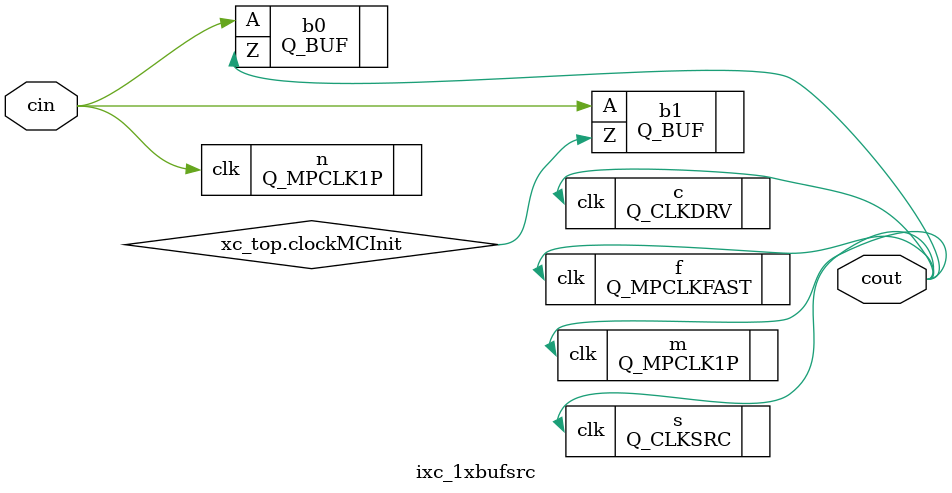
<source format=v>

`ifndef _2_                      
`ifdef CBV                      
`define _2_                      
`else                      
`define _2_ (* _2_state_ *)                      
`endif                      
`endif
`_2_ (* upf_always_on = 1 *) 
module ixc_1xbufsrc ( cout, cin);
// pragma CVASTRPROP MODULE HDLICE HDL_MODULE_ATTRIBUTE "0 vlog"
output cout;
input cin;
Q_BUF b0 ( .A(cin), .Z(cout));
Q_BUF b1 ( .A(cin), .Z(xc_top.clockMCInit));
Q_MPCLK1P m ( .clk(cout));
Q_CLKDRV c ( .clk(cout));
Q_MPCLKFAST f ( .clk(cout));
Q_CLKSRC s ( .clk(cout));
Q_MPCLK1P n ( .clk(cin));
// pragma CVASTRPROP MODULE HDLICE PROP_IXCOM_MOD TRUE
endmodule

</source>
